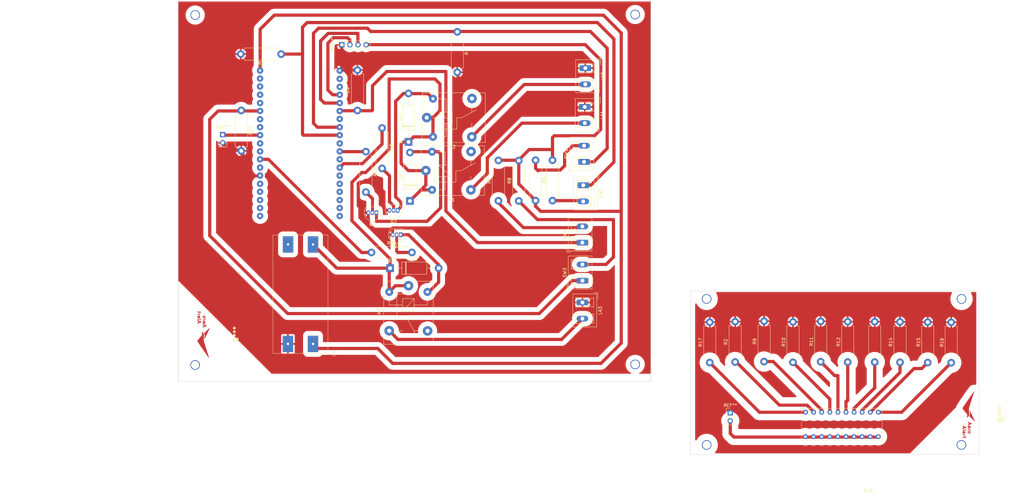
<source format=kicad_pcb>
(kicad_pcb (version 20221018) (generator pcbnew)
  (layers (0 "F.Cu" signal) (31 "B.Cu" signal) (34 "B.Paste" user) (35 "F.Paste" user) (36 "B.SilkS" user "B.Silkscreen") (37 "F.SilkS" user "F.Silkscreen") (38 "B.Mask" user) (39 "F.Mask" user) (44 "Edge.Cuts" user))
  (net 0 "")
  (net 1 "GNDREF")
  (net 2 "3V3")
  (net 5 "Net-(LA3-+)")
  (net 11 "Net-(U1-IO4)")
  (net 12 "Net-(U1-IO5)")
  (net 14 "unconnected-(U1-RXD0{slash}IO3-Pad34)")
  (net 15 "unconnected-(U1-TXD0{slash}IO1-Pad35)")
  (net 16 "Net-(U1-IO23)")
  (net 17 "12V")
  (net 18 "Net-(LA1-+)")
  (net 19 "Net-(LA2-+)")
  (net 20 "Net-(R5-Pad1)")
  (net 21 "Net-(R6-Pad1)")
  (net 22 "Net-(R7-Pad1)")
  (net 23 "A")
  (net 24 "Net-(U1-IO18)")
  (net 25 "Net-(U1-IO19)")
  (net 26 "FAIL")
  (net 28 "Net-(BAR1-K-Pad17)")
  (net 29 "Net-(BAR1-K-Pad14)")
  (net 30 "Net-(BAR1-K-Pad15)")
  (net 31 "Net-(BAR1-K-Pad16)")
  (net 32 "Net-(BAR1-K-Pad19)")
  (net 33 "Net-(BAR1-K-Pad18)")
  (net 34 "Net-(BAR1-K-Pad13)")
  (net 35 "Net-(BAR1-K-Pad12)")
  (net 36 "Net-(BAR1-K-Pad11)")
  (net 37 "Net-(BAR1-K-Pad20)")
  (net 42 "Net-(Q1-B)")
  (net 43 "Net-(Q2-B)")
  (net 44 "Net-(Q3-B)")
  (net 45 "Net-(D2-A)")
  (net 46 "Net-(D1-A)")
  (net 47 "Net-(D3-A)")
  (net 48 "Net-(SW3A-D)")
  (net 54 "Net-(SW3A-C)")
  (footprint "Resistor_THT:R_Axial_DIN0411_L9.9mm_D3.6mm_P12.70mm_Horizontal" (layer "F.Cu") (at 66.38 37.14 180)
    (fp_text reference "R3")
    (fp_text value "R")
  )
  (footprint "Resistor_THT:R_Axial_DIN0411_L9.9mm_D3.6mm_P12.70mm_Horizontal" (layer "F.Cu") (at 90.34 54.88 90)
    (fp_text reference "R4")
    (fp_text value "R")
  )
  (footprint "Resistor_THT:R_Axial_DIN0411_L9.9mm_D3.6mm_P12.70mm_Horizontal" (layer "F.Cu") (at 260.72 134.03 90)
    (fp_text reference "R14")
    (fp_text value "R")
  )
  (footprint "Resistor_THT:R_Axial_DIN0411_L9.9mm_D3.6mm_P12.70mm_Horizontal" (layer "F.Cu") (at 146.27 70.516 -90)
    (fp_text reference "R5")
    (fp_text value "R")
  )
  (footprint "Connector_PinSocket_2.54mm:PinSocket_1x04_P2.54mm_Vertical" (layer "F.Cu") (at 85.43 34.21 90)
    (fp_text reference "REF**")
    (fp_text value "PinSocket_1x04_P2.54mm_Vertical")
  )
  (footprint "Relay_THT:Relay_SPDT_SANYOU_SRD_Series_Form_C" (layer "F.Cu") (at 106.36 109.96 -90)
    (fp_text reference "K3")
    (fp_text value "ADW11")
  )
  (footprint "Resistor_THT:R_Axial_DIN0411_L9.9mm_D3.6mm_P12.70mm_Horizontal" (layer "F.Cu") (at 244.29 133.97 90)
    (fp_text reference "R12")
    (fp_text value "R")
  )
  (footprint "Connector_Phoenix_MC_HighVoltage:PhoenixContact_MCV_1,5_2-G-5.08_1x02_P5.08mm_Vertical" (layer "F.Cu") (at 161.7275 53.7635 -90)
    (fp_text reference "LA1")
    (fp_text value "Alert")
  )
  (footprint "Resistor_THT:R_Axial_DIN0411_L9.9mm_D3.6mm_P12.70mm_Horizontal" (layer "F.Cu") (at 53.848 54.864 -90)
    (fp_text reference "R21")
    (fp_text value "R")
  )
  (footprint "Connector_Phoenix_MC_HighVoltage:PhoenixContact_MCV_1,5_2-G-5.08_1x02_P5.08mm_Vertical" (layer "F.Cu") (at 161.24 78.384 -90)
    (fp_text reference "SW2")
    (fp_text value "Test")
  )
  (footprint "Diode_THT:D_DO-15_P15.24mm_Horizontal" (layer "F.Cu") (at 106.82 83.32 90)
    (fp_text reference "D2")
    (fp_text value "D")
  )
  (footprint "Package_TO_SOT_THT:TO-92_Inline" (layer "F.Cu") (at 102.94 86.25 180)
    (fp_text reference "Q2")
    (fp_text value "BC337")
  )
  (footprint "Resistor_THT:R_Axial_DIN0411_L9.9mm_D3.6mm_P12.70mm_Horizontal" (layer "F.Cu") (at 208.94 133.95 90)
    (fp_text reference "R2")
    (fp_text value "R" hide)
  )
  (footprint "Resistor_THT:R_Axial_DIN0411_L9.9mm_D3.6mm_P12.70mm_Horizontal" (layer "F.Cu") (at 98.07 60.38 -90)
    (fp_text reference "R19")
    (fp_text value "R")
  )
  (footprint "Resistor_THT:R_Axial_DIN0411_L9.9mm_D3.6mm_P12.70mm_Horizontal" (layer "F.Cu") (at 235.81 133.85 90)
    (fp_text reference "R11")
    (fp_text value "R")
  )
  (footprint "Resistor_THT:R_Axial_DIN0411_L9.9mm_D3.6mm_P12.70mm_Horizontal" (layer "F.Cu") (at 94.73 99.5)
    (fp_text reference "R20")
    (fp_text value "R")
  )
  (footprint "5631bs1:Led Bar Display" (layer "F.Cu") (at 251.09 174.91)
    (fp_text reference "BAR1")
    (fp_text value "HDSP-4830_2")
  )
  (footprint "Connector_Phoenix_MC_HighVoltage:PhoenixContact_MCV_1,5_2-G-5.08_1x02_P5.08mm_Vertical" (layer "F.Cu") (at 161.89 41.5715 -90)
    (fp_text reference "LA2")
    (fp_text value "Warning")
  )
  (footprint "Connector_Phoenix_MC_HighVoltage:PhoenixContact_MCV_1,5_2-G-5.08_1x02_P5.08mm_Vertical" (layer "F.Cu") (at 160.986 108.356 90)
    (fp_text reference "SW3")
    (fp_text value "Keylock (On/Off)")
  )
  (footprint "MAX30102:logo alt AeroAlert" (layer "F.Cu") (at 41.91 125.476 -90)
    (fp_text reference "G***")
    (fp_text value "LOGO" hide)
  )
  (footprint "Resistor_THT:R_Axial_DIN0411_L9.9mm_D3.6mm_P12.70mm_Horizontal" (layer "F.Cu") (at 276.79 134.16 90)
    (fp_text reference "R16")
    (fp_text value "R")
  )
  (footprint "Connector_Phoenix_MC_HighVoltage:PhoenixContact_MCV_1,5_2-G-5.08_1x02_P5.08mm_Vertical" (layer "F.Cu") (at 160.986 115.214 -90)
    (fp_text reference "LA3")
    (fp_text value "Test Fail")
  )
  (footprint "Connector_Phoenix_MC_HighVoltage:PhoenixContact_MCV_1,5_2-G-5.08_1x02_P5.08mm_Vertical" (layer "F.Cu") (at 161.494 71.018 90)
    (fp_text reference "SW1")
    (fp_text value "Reaction")
  )
  (footprint "MAX30102:logo alt AeroAlert" (layer "F.Cu") (at 282.18 150.57 -90)
    (fp_text reference "G***")
    (fp_text value "LOGO" hide)
  )
  (footprint "Resistor_THT:R_Axial_DIN0411_L9.9mm_D3.6mm_P12.70mm_Horizontal" (layer "F.Cu") (at 252.77 133.97 90)
    (fp_text reference "R13" hide)
    (fp_text value "R")
  )
  (footprint "Resistor_THT:R_Axial_DIN0411_L9.9mm_D3.6mm_P12.70mm_Horizontal" (layer "F.Cu") (at 92.98 67.82 -90)
    (fp_text reference "R18")
    (fp_text value "R")
  )
  (footprint "Resistor_THT:R_Axial_DIN0411_L9.9mm_D3.6mm_P12.70mm_Horizontal" (layer "F.Cu") (at 269.42 134.1 90)
    (fp_text reference "R15")
    (fp_text value "R")
  )
  (footprint "Resistor_THT:R_Axial_DIN0411_L9.9mm_D3.6mm_P12.70mm_Horizontal" (layer "F.Cu") (at 151.588 83.21 90)
    (fp_text reference "R7")
    (fp_text value "R")
  )
  (footprint "Connector_PinHeader_2.54mm:PinHeader_1x02_P2.54mm_Vertical" (layer "F.Cu") (at 207.42 149.895)
    (fp_text reference "REF**")
    (fp_text value "PinHeader_1x02_P2.54mm_Vertical")
  )
  (footprint "Resistor_THT:R_Axial_DIN0411_L9.9mm_D3.6mm_P12.70mm_Horizontal" (layer "F.Cu") (at 141 83.31 90)
    (fp_text reference "R8")
    (fp_text value "R")
  )
  (footprint "Resistor_THT:R_Axial_DIN0411_L9.9mm_D3.6mm_P12.70mm_Horizontal" (layer "F.Cu") (at 218.03 133.8 90)
    (fp_text reference "R9")
    (fp_text value "R")
  )
  (footprint "Resistor_THT:R_Axial_DIN0411_L9.9mm_D3.6mm_P12.70mm_Horizontal" (layer "F.Cu") (at 227.1 134.03 90)
    (fp_text reference "R10")
    (fp_text value "R")
  )
  (footprint "Package_TO_SOT_THT:TO-92_Inline" (layer "F.Cu") (at 96.3 87.01 180)
    (fp_text reference "Q1")
    (fp_text value "BC337")
  )
  (footprint "MT3608:MT 3608" (layer "F.Cu") (at 83.396 131.2155 90)
    (fp_text reference "U5")
    (fp_text value "Entrada 12V")
  )
  (footprint "Relay_THT:Relay_SPDT_SANYOU_SRD_Series_Form_C" (layer "F.Cu") (at 112.1 57.12)
    (fp_text reference "K2")
    (fp_text value "ADW11")
  )
  (footprint "Relay_THT:Relay_SPDT_SANYOU_SRD_Series_Form_C" (layer "F.Cu") (at 111.81 73.78)
    (fp_text reference "K1")
    (fp_text value "ADW11")
  )
  (footprint "Resistor_THT:R_Axial_DIN0411_L9.9mm_D3.6mm_P12.70mm_Horizontal" (layer "F.Cu") (at 134.61 83.26 90)
    (fp_text reference "R6")
    (fp_text value "R")
  )
  (footprint "Connector_Phoenix_MC_HighVoltage:PhoenixContact_MCV_1,5_2-G-5.08_1x02_P5.08mm_Vertical" (layer "F.Cu") (at 160.9665 96.4005 90)
    (fp_text reference "SW4")
    (fp_text value "Manual")
  )
  (footprint "Resistor_THT:R_Axial_DIN0411_L9.9mm_D3.6mm_P12.70mm_Horizontal" (layer "F.Cu") (at 121.69 30.16 -90)
    (fp_text reference "R1")
    (fp_text value "R")
  )
  (footprint "Resistor_THT:R_Axial_DIN0411_L9.9mm_D3.6mm_P12.70mm_Horizontal" (layer "F.Cu") (at 200.97 134.12 90)
    (fp_text reference "R17")
    (fp_text value "R")
  )
  (footprint "Library:ESP32 NODEMCU" (layer "F.Cu") (at 60.7684 42.3318)
    (fp_text reference "U1" hide)
    (fp_text value "ESP32-WROOM-32" hide)
  )
  (footprint "Diode_THT:D_DO-15_P15.24mm_Horizontal" (layer "F.Cu") (at 100.59 104.44)
    (fp_text reference "D3")
    (fp_text value "D")
  )
  (footprint "Package_TO_SOT_THT:TO-92_Inline" (layer "F.Cu") (at 103.93 93.93 180)
    (fp_text reference "Q3")
    (fp_text value "BC337")
  )
  (footprint "Diode_THT:D_DO-15_P15.24mm_Horizontal" (layer "F.Cu") (at 106.37 64.76 90)
    (fp_text reference "D1")
    (fp_text value "D")
  )
  (footprint "Connector_PinHeader_2.54mm:PinHeader_1x02_P2.54mm_Vertical" (layer "F.Cu") (at 48.006 62.479)
    (fp_text reference "REF**")
    (fp_text value "PinHeader_1x02_P2.54mm_Vertical")
  )
  (gr_line (start 182.45 20.21) (end 182.45 140.02) (stroke (width 0.1)) (layer "Edge.Cuts"))
  (gr_rect (start 194.82 111.63) (end 285.49 163) (stroke (width 0.1)) (fill none) (layer "Edge.Cuts"))
  (gr_line (start 34.03 20.22) (end 34.03 140.02) (stroke (width 0.1)) (layer "Edge.Cuts"))
  (gr_rect (start 34.03 20.22) (end 182.45 140.02) (stroke (width 0.1)) (fill none) (layer "Edge.Cuts"))
  (via (at 200 160.01) (size 3) (drill 2.5) (layers "F.Cu" "B.Cu") (net 0))
  (via (at 39.37 134.874) (size 3) (drill 2.5) (layers "F.Cu" "B.Cu") (net 0))
  (via (at 280 159.99) (size 3) (drill 2.5) (layers "F.Cu" "B.Cu") (net 0))
  (via (at 280.03 114.11) (size 3) (drill 2.5) (layers "F.Cu" "B.Cu") (net 0))
  (via (at 177.56 24.71) (size 3) (drill 2.5) (layers "F.Cu" "B.Cu") (net 0))
  (via (at 177.55 134.69) (size 3) (drill 2.5) (layers "F.Cu" "B.Cu") (net 0))
  (via (at 39.38 24.874) (size 3) (drill 2.5) (layers "F.Cu" "B.Cu") (net 0))
  (via (at 199.99 114.11) (size 3) (drill 2.5) (layers "F.Cu" "B.Cu") (net 0))
  (segment (start 93.76 87.01) (end 93.76 89.006726) (width 0.9) (layer "F.Cu") (net 1))
  (segment (start 100.4 86.25) (end 99.21 86.25) (width 0.9) (layer "F.Cu") (net 1))
  (segment (start 92.8 87.01) (end 93.76 87.01) (width 0.9) (layer "F.Cu") (net 1))
  (segment (start 126.86 71.12) (end 144.02 53.96) (width 1) (layer "F.Cu") (net 1))
  (segment (start 98.64 80.47) (end 95.56 77.39) (width 1) (layer "F.Cu") (net 1))
  (segment (start 144.02 53.96) (end 161.531 53.96) (width 1) (layer "F.Cu") (net 1))
  (segment (start 68.506 128.2455) (end 68.506 126.674) (width 1) (layer "F.Cu") (net 1))
  (segment (start 53.594 67.31) (end 50.297 67.31) (width 1) (layer "F.Cu") (net 1))
  (segment (start 90.6 77.83) (end 90.6 84.81) (width 1) (layer "F.Cu") (net 1))
  (segment (start 90.6 84.81) (end 92.8 87.01) (width 1) (layer "F.Cu") (net 1))
  (segment (start 54.356 68.072) (end 53.594 67.31) (width 1) (layer "F.Cu") (net 1))
  (segment (start 99.21 86.25) (end 98.64 85.68) (width 0.9) (layer "F.Cu") (net 1))
  (segment (start 97.25 93.93) (end 98.683274 93.93) (width 1) (layer "F.Cu") (net 1))
  (segment (start 95.56 77.39) (end 91.04 77.39) (width 1) (layer "F.Cu") (net 1))
  (segment (start 122.7 71.12) (end 126.86 71.12) (width 1) (layer "F.Cu") (net 1))
  (segment (start 209.1 149.59) (end 208.56 149.05) (width 1) (layer "F.Cu") (net 1))
  (segment (start 207.42 149.895) (end 207.42 149.4) (width 1) (layer "F.Cu") (net 1))
  (segment (start 98.64 85.68) (end 98.64 80.47) (width 1) (layer "F.Cu") (net 1))
  (segment (start 208.65 149.14) (end 209.1 149.59) (width 1) (layer "F.Cu") (net 1))
  (segment (start 54.356 75.438) (end 54.356 68.072) (width 1) (layer "F.Cu") (net 1))
  (segment (start 59.7584 75.3218) (end 59.6422 75.438) (width 1) (layer "F.Cu") (net 1))
  (segment (start 161.531 53.96) (end 161.7275 53.7635) (width 1) (layer "F.Cu") (net 1))
  (segment (start 93.76 89.006726) (end 93.76 90.44) (width 1) (layer "F.Cu") (net 1))
  (segment (start 90.34 42.18) (end 84.9202 42.18) (width 1) (layer "F.Cu") (net 1))
  (segment (start 121.93 70.35) (end 122.7 71.12) (width 1) (layer "F.Cu") (net 1))
  (segment (start 208.65 148.17) (end 208.65 149.14) (width 1) (layer "F.Cu") (net 1))
  (segment (start 121.93 42.81) (end 121.93 70.35) (width 1) (layer "F.Cu") (net 1))
  (segment (start 85.4 34.24) (end 85.4 41.7002) (width 1) (layer "F.Cu") (net 1))
  (segment (start 50.297 67.31) (end 48.006 65.019) (width 1) (layer "F.Cu") (net 1))
  (segment (start 98.683274 93.93) (end 101.39 93.93) (width 0.9) (layer "F.Cu") (net 1))
  (segment (start 101.39 93.93) (end 101.39 91.82) (width 0.9) (layer "F.Cu") (net 1))
  (segment (start 85.43 34.21) (end 85.4 34.24) (width 1) (layer "F.Cu") (net 1))
  (segment (start 207.42 149.895) (end 207.42 149.29) (width 1) (layer "F.Cu") (net 1))
  (segment (start 91.04 77.39) (end 90.6 77.83) (width 1) (layer "F.Cu") (net 1))
  (segment (start 208.56 149.05) (end 205.73 149.05) (width 1) (layer "F.Cu") (net 1))
  (segment (start 207.42 149.4) (end 208.65 148.17) (width 1) (layer "F.Cu") (net 1))
  (segment (start 93.76 90.44) (end 97.25 93.93) (width 1) (layer "F.Cu") (net 1))
  (segment (start 84.9202 42.18) (end 84.7684 42.3318) (width 1) (layer "F.Cu") (net 1))
  (segment (start 59.6422 75.438) (end 54.356 75.438) (width 1) (layer "F.Cu") (net 1))
  (segment (start 85.4 41.7002) (end 84.7684 42.3318) (width 1) (layer "F.Cu") (net 1))
  (segment (start 101.39 91.82) (end 115.14 91.82) (width 1) (layer "F.Cu") (net 1))
  (segment (start 207.42 149.29) (end 205.4 147.27) (width 1) (layer "F.Cu") (net 1))
  (segment (start 121.94 42.8) (end 121.93 42.81) (width 1) (layer "F.Cu") (net 1))
  (segment (start 151.588 63.382) (end 151.588 70.51) (width 1) (layer "F.Cu") (net 2))
  (segment (start 147.86 86.57) (end 173.17 86.57) (width 1) (layer "F.Cu") (net 2))
  (segment (start 167.56 24.9) (end 64.22 24.9) (width 1) (layer "F.Cu") (net 2))
  (segment (start 152.143745 62.826255) (end 151.588 63.382) (width 1) (layer "F.Cu") (net 2))
  (segment (start 173.17 30.51) (end 167.56 24.9) (width 1) (layer "F.Cu") (net 2))
  (segment (start 59.78 29.34) (end 59.78 42.3002) (width 1) (layer "F.Cu") (net 2))
  (segment (start 77.810501 129.68) (end 96.72 129.68) (width 1) (layer "F.Cu") (net 2))
  (segment (start 96.72 129.68) (end 101.406 134.366) (width 1) (layer "F.Cu") (net 2))
  (segment (start 151.588 67.15) (end 144.28 67.15) (width 1) (layer "F.Cu") (net 2))
  (segment (start 93.05 34.21) (end 93.08 34.18) (width 1) (layer "F.Cu") (net 2))
  (segment (start 76.376 128.245499) (end 77.810501 129.68) (width 1) (layer "F.Cu") (net 2))
  (segment (start 141 77.946) (end 146.27 83.216) (width 1) (layer "F.Cu") (net 2))
  (segment (start 101.406 134.366) (end 166.794 134.366) (width 1) (layer "F.Cu") (net 2))
  (segment (start 146.27 84.98) (end 147.86 86.57) (width 1) (layer "F.Cu") (net 2))
  (segment (start 93.08 34.18) (end 161.86 34.18) (width 1) (layer "F.Cu") (net 2))
  (segment (start 161.86 34.18) (end 166.71 39.03) (width 1) (layer "F.Cu") (net 2))
  (segment (start 166.71 39.03) (end 166.71 60.86) (width 1) (layer "F.Cu") (net 2))
  (segment (start 166.71 60.86) (end 164.743745 62.826255) (width 1) (layer "F.Cu") (net 2))
  (segment (start 141 70.61) (end 141 77.946) (width 1) (layer "F.Cu") (net 2))
  (segment (start 164.743745 62.826255) (end 152.143745 62.826255) (width 1) (layer "F.Cu") (net 2))
  (segment (start 64.22 24.9) (end 59.78 29.34) (width 1) (layer "F.Cu") (net 2))
  (segment (start 146.03 83.49) (end 146.27 83.25) (width 1) (layer "F.Cu") (net 2))
  (segment (start 144.28 67.15) (end 140.92 70.51) (width 1) (layer "F.Cu") (net 2))
  (segment (start 173.17 127.99) (end 173.17 30.51) (width 1) (layer "F.Cu") (net 2))
  (segment (start 166.794 134.366) (end 173.17 127.99) (width 1) (layer "F.Cu") (net 2))
  (segment (start 59.78 42.3002) (end 59.7584 42.3218) (width 1) (layer "F.Cu") (net 2))
  (segment (start 140.92 70.51) (end 134.57 70.51) (width 1) (layer "F.Cu") (net 2))
  (segment (start 146.27 83.25) (end 146.27 84.98) (width 1) (layer "F.Cu") (net 2))
  (segment (start 100.31 124.11) (end 103.05 126.85) (width 1) (layer "F.Cu") (net 5))
  (segment (start 103.05 126.85) (end 154.43 126.85) (width 1) (layer "F.Cu") (net 5))
  (segment (start 154.43 126.85) (end 160.986 120.294) (width 1) (layer "F.Cu") (net 5))
  (segment (start 86.0102 71.59) (end 84.7684 72.8318) (width 1) (layer "F.Cu") (net 11))
  (segment (start 97.8218 60.1318) (end 98.07 60.38) (width 1) (layer "F.Cu") (net 11))
  (segment (start 98.07 60.38) (end 98.07 65.417006) (width 1) (layer "F.Cu") (net 11))
  (segment (start 98.07 65.417006) (end 91.897006 71.59) (width 1) (layer "F.Cu") (net 11))
  (segment (start 91.897006 71.59) (end 86.0102 71.59) (width 1) (layer "F.Cu") (net 11))
  (segment (start 84.7684 67.7318) (end 84.8566 67.82) (width 1) (layer "F.Cu") (net 12))
  (segment (start 84.8566 67.82) (end 92.98 67.82) (width 1) (layer "F.Cu") (net 12))
  (segment (start 82.77 32) (end 81.06 33.71) (width 1) (layer "F.Cu") (net 14))
  (segment (start 81.06 33.71) (end 81.06 48.43) (width 1) (layer "F.Cu") (net 14))
  (segment (start 82.5618 49.9318) (end 84.7684 49.9318) (width 1) (layer "F.Cu") (net 14))
  (segment (start 87.97 34.21) (end 87.97 32.75) (width 1) (layer "F.Cu") (net 14))
  (segment (start 87.97 32.75) (end 87.22 32) (width 1) (layer "F.Cu") (net 14))
  (segment (start 81.06 48.43) (end 82.5618 49.9318) (width 1) (layer "F.Cu") (net 14))
  (segment (start 87.22 32) (end 82.77 32) (width 1) (layer "F.Cu") (net 14))
  (segment (start 81.14 30.64) (end 78.75 33.03) (width 1) (layer "F.Cu") (net 15))
  (segment (start 90.48 34.18) (end 90.48 30.64) (width 1) (layer "F.Cu") (net 15))
  (segment (start 78.75 51.35) (end 79.9318 52.5318) (width 1) (layer "F.Cu") (net 15))
  (segment (start 79.9318 52.5318) (end 84.7684 52.5318) (width 1) (layer "F.Cu") (net 15))
  (segment (start 90.51 34.21) (end 90.48 34.18) (width 1) (layer "F.Cu") (net 15))
  (segment (start 78.75 33.03) (end 78.75 51.35) (width 1) (layer "F.Cu") (net 15))
  (segment (start 90.48 30.64) (end 81.14 30.64) (width 1) (layer "F.Cu") (net 15))
  (segment (start 90.42 54.96) (end 90.424 54.96) (width 1) (layer "F.Cu") (net 16))
  (segment (start 90.424 54.96) (end 84.8402 54.96) (width 1) (layer "F.Cu") (net 16))
  (segment (start 90.34 54.88) (end 90.42 54.96) (width 1) (layer "F.Cu") (net 16))
  (segment (start 128.0305 96.4005) (end 160.9665 96.4005) (width 1) (layer "F.Cu") (net 16))
  (segment (start 94.81 54.96) (end 95.06 54.71) (width 1) (layer "F.Cu") (net 16))
  (segment (start 95.06 47.1) (end 99.54 42.62) (width 1) (layer "F.Cu") (net 16))
  (segment (start 99.54 42.62) (end 118.11 42.62) (width 1) (layer "F.Cu") (net 16))
  (segment (start 118.11 86.48) (end 128.0305 96.4005) (width 1) (layer "F.Cu") (net 16))
  (segment (start 118.11 42.62) (end 118.11 86.48) (width 1) (layer "F.Cu") (net 16))
  (segment (start 95.06 54.71) (end 95.06 47.1) (width 1) (layer "F.Cu") (net 16))
  (segment (start 84.8402 54.96) (end 84.7684 55.0318) (width 1) (layer "F.Cu") (net 16))
  (segment (start 90.424 54.96) (end 94.81 54.96) (width 1) (layer "F.Cu") (net 16))
  (segment (start 91.68 74.37) (end 92.93 74.37) (width 1) (layer "F.Cu") (net 17))
  (segment (start 114.68 44.97) (end 116.26 46.55) (width 1) (layer "F.Cu") (net 17))
  (segment (start 100.3 67) (end 100.3 44.97) (width 1) (layer "F.Cu") (net 17))
  (segment (start 110.31 79.83) (end 106.82 83.32) (width 1) (layer "F.Cu") (net 17))
  (segment (start 102.26 109.96) (end 100.31 111.91) (width 1) (layer "F.Cu") (net 17))
  (segment (start 100.59 104.44) (end 100.584 104.434) (width 1) (layer "F.Cu") (net 17))
  (segment (start 104.72 64.76) (end 106.37 64.76) (width 1) (layer "F.Cu") (net 17))
  (segment (start 88.6 89.53) (end 88.6 77.45) (width 1) (layer "F.Cu") (net 17))
  (segment (start 114.05 57.13) (end 114.06 57.12) (width 1) (layer "F.Cu") (net 17))
  (segment (start 83.8305 104.44) (end 76.376 96.9855) (width 1) (layer "F.Cu") (net 17))
  (segment (start 106.31 73.78) (end 104.05 71.52) (width 1) (layer "F.Cu") (net 17))
  (segment (start 92.93 74.37) (end 100.3 67) (width 1) (layer "F.Cu") (net 17))
  (segment (start 100.31 104.72) (end 100.31 111.91) (width 1) (layer "F.Cu") (net 17))
  (segment (start 111.81 73.78) (end 111.81 78.33) (width 1) (layer "F.Cu") (net 17))
  (segment (start 88.6 77.45) (end 91.68 74.37) (width 1) (layer "F.Cu") (net 17))
  (segment (start 111.81 73.78) (end 106.31 73.78) (width 1) (layer "F.Cu") (net 17))
  (segment (start 107.96 63.17) (end 106.37 64.76) (width 1) (layer "F.Cu") (net 17))
  (segment (start 114.05 63.17) (end 114.05 57.13) (width 1) (layer "F.Cu") (net 17))
  (segment (start 114.05 63.17) (end 107.96 63.17) (width 1) (layer "F.Cu") (net 17))
  (segment (start 104.05 71.52) (end 104.05 65.43) (width 1) (layer "F.Cu") (net 17))
  (segment (start 113.76 79.83) (end 110.31 79.83) (width 1) (layer "F.Cu") (net 17))
  (segment (start 104.05 65.43) (end 104.72 64.76) (width 1) (layer "F.Cu") (net 17))
  (segment (start 100.3 44.97) (end 114.68 44.97) (width 1) (layer "F.Cu") (net 17))
  (segment (start 100.584 101.514) (end 88.6 89.53) (width 1) (layer "F.Cu") (net 17))
  (segment (start 111.81 78.33) (end 110.31 79.83) (width 1) (layer "F.Cu") (net 17))
  (segment (start 114.06 57.12) (end 112.1 57.12) (width 1) (layer "F.Cu") (net 17))
  (segment (start 100.59 104.44) (end 100.31 104.72) (width 1) (layer "F.Cu") (net 17))
  (segment (start 116.26 46.55) (end 116.26 54.92) (width 1) (layer "F.Cu") (net 17))
  (segment (start 106.36 109.96) (end 102.26 109.96) (width 1) (layer "F.Cu") (net 17))
  (segment (start 116.26 54.92) (end 114.06 57.12) (width 1) (layer "F.Cu") (net 17))
  (segment (start 100.59 104.44) (end 83.8305 104.44) (width 1) (layer "F.Cu") (net 17))
  (segment (start 100.584 104.434) (end 100.584 101.514) (width 1) (layer "F.Cu") (net 17))
  (segment (start 141.999494 58.8435) (end 161.7275 58.8435) (width 1) (layer "F.Cu") (net 18))
  (segment (start 131.114 74.676) (end 131.114 69.728994) (width 1) (layer "F.Cu") (net 18))
  (segment (start 131.114 69.728994) (end 141.999494 58.8435) (width 1) (layer "F.Cu") (net 18))
  (segment (start 125.96 79.83) (end 131.114 74.676) (width 1) (layer "F.Cu") (net 18))
  (segment (start 142.72 46.7) (end 126.25 63.17) (width 1) (layer "F.Cu") (net 19))
  (segment (start 161.8415 46.7) (end 142.72 46.7) (width 1) (layer "F.Cu") (net 19))
  (segment (start 161.89 46.6515) (end 161.8415 46.7) (width 1) (layer "F.Cu") (net 19))
  (segment (start 161.494 65.938) (end 157.942 65.938) (width 1) (layer "F.Cu") (net 20))
  (segment (start 146.27 73.04) (end 146.27 70.516) (width 1) (layer "F.Cu") (net 20))
  (segment (start 147.03 73.8) (end 146.27 73.04) (width 1) (layer "F.Cu") (net 20))
  (segment (start 147.23 73.6) (end 147.03 73.8) (width 1) (layer "F.Cu") (net 20))
  (segment (start 155.397 72.233) (end 154.03 73.6) (width 1) (layer "F.Cu") (net 20))
  (segment (start 157.942 65.938) (end 155.397 68.483) (width 1) (layer "F.Cu") (net 20))
  (segment (start 155.397 68.483) (end 155.397 72.233) (width 1) (layer "F.Cu") (net 20))
  (segment (start 154.03 73.6) (end 147.23 73.6) (width 1) (layer "F.Cu") (net 20))
  (segment (start 160.577 91.71) (end 142.46 91.71) (width 1) (layer "F.Cu") (net 21))
  (segment (start 134.61 83.86) (end 134.61 83.26) (width 1) (layer "F.Cu") (net 21))
  (segment (start 142.46 91.71) (end 134.61 83.86) (width 1) (layer "F.Cu") (net 21))
  (segment (start 160.9665 91.3205) (end 160.577 91.71) (width 1) (layer "F.Cu") (net 21))
  (segment (start 151.588 83.21) (end 160.986 83.21) (width 1) (layer "F.Cu") (net 22))
  (segment (start 160.986 83.21) (end 161.24 83.464) (width 0.25) (layer "F.Cu") (net 22))
  (segment (start 48.006 62.479) (end 48.1488 62.6218) (width 1) (layer "F.Cu") (net 23))
  (segment (start 48.1488 62.6218) (end 59.7584 62.6218) (width 1) (layer "F.Cu") (net 23))
  (segment (start 253.78 157.53) (end 253.9 157.41) (width 0.25) (layer "F.Cu") (net 23))
  (segment (start 208.55 157.53) (end 253.78 157.53) (width 1) (layer "F.Cu") (net 23))
  (segment (start 207.42 156.4) (end 207.42 152.435) (width 1) (layer "F.Cu") (net 23))
  (segment (start 208.55 157.53) (end 207.42 156.4) (width 1) (layer "F.Cu") (net 23))
  (segment (start 161.29 78.334) (end 163.636 78.334) (width 1) (layer "F.Cu") (net 24))
  (segment (start 73.3718 62.6318) (end 84.7684 62.6318) (width 1) (layer "F.Cu") (net 24))
  (segment (start 73.07 37.14) (end 66.38 37.14) (width 1) (layer "F.Cu") (net 24))
  (segment (start 165.68 27.23) (end 74.55 27.23) (width 1) (layer "F.Cu") (net 24))
  (segment (start 73.945 27.835) (end 73.84 27.94) (width 1) (layer "F.Cu") (net 24))
  (segment (start 163.636 78.334) (end 170.88 71.09) (width 1) (layer "F.Cu") (net 24))
  (segment (start 73.09 62.35) (end 73.3718 62.6318) (width 1) (layer "F.Cu") (net 24))
  (segment (start 170.88 71.09) (end 170.88 32.43) (width 1) (layer "F.Cu") (net 24))
  (segment (start 74.55 27.23) (end 73.09 28.69) (width 1) (layer "F.Cu") (net 24))
  (segment (start 73.09 28.69) (end 73.09 37.16) (width 1) (layer "F.Cu") (net 24))
  (segment (start 170.88 32.43) (end 165.68 27.23) (width 1) (layer "F.Cu") (net 24))
  (segment (start 73.09 37.16) (end 73.09 62.35) (width 1) (layer "F.Cu") (net 24))
  (segment (start 73.09 37.16) (end 73.07 37.14) (width 1) (layer "F.Cu") (net 24))
  (segment (start 93.457056 29.01) (end 78.13 29.01) (width 1) (layer "F.Cu") (net 25))
  (segment (start 94.487056 30.04) (end 93.457056 29.01) (width 1) (layer "F.Cu") (net 25))
  (segment (start 76.53 30.61) (end 76.53 58.89) (width 1) (layer "F.Cu") (net 25))
  (segment (start 161.494 71.018) (end 164.552 71.018) (width 1) (layer "F.Cu") (net 25))
  (segment (start 77.7718 60.1318) (end 84.7684 60.1318) (width 1) (layer "F.Cu") (net 25))
  (segment (start 168.76 35.32) (end 163.48 30.04) (width 1) (layer "F.Cu") (net 25))
  (segment (start 163.48 30.04) (end 94.487056 30.04) (width 1) (layer "F.Cu") (net 25))
  (segment (start 168.76 66.81) (end 168.76 35.32) (width 1) (layer "F.Cu") (net 25))
  (segment (start 78.13 29.01) (end 76.53 30.61) (width 1) (layer "F.Cu") (net 25))
  (segment (start 76.53 58.89) (end 77.7718 60.1318) (width 1) (layer "F.Cu") (net 25))
  (segment (start 164.552 71.018) (end 168.76 66.81) (width 1) (layer "F.Cu") (net 25))
  (segment (start 94.72 99.51) (end 94.73 99.5) (width 1) (layer "F.Cu") (net 26))
  (segment (start 91.66 99.51) (end 94.72 99.51) (width 1) (layer "F.Cu") (net 26))
  (segment (start 62.3718 70.2218) (end 91.66 99.51) (width 1) (layer "F.Cu") (net 26))
  (segment (start 59.7584 70.2218) (end 62.3718 70.2218) (width 1) (layer "F.Cu") (net 26))
  (segment (start 238.67 149.73) (end 238.67 145.6) (width 1) (layer "F.Cu") (net 28))
  (segment (start 238.67 145.6) (end 227.1 134.03) (width 1) (layer "F.Cu") (net 28))
  (segment (start 246.3 149.73) (end 246.3 148.52) (width 1) (layer "F.Cu") (net 29))
  (segment (start 252.77 142.05) (end 252.77 133.97) (width 1) (layer "F.Cu") (net 29))
  (segment (start 246.3 148.52) (end 252.77 142.05) (width 1) (layer "F.Cu") (net 29))
  (segment (start 243.75 149.73) (end 243.75 146.56) (width 1) (layer "F.Cu") (net 30))
  (segment (start 244.29 133.97) (end 244.29 146.02) (width 1) (layer "F.Cu") (net 30))
  (segment (start 243.75 146.56) (end 243.75 146.27) (width 1) (layer "F.Cu") (net 30))
  (segment (start 244.29 146.02) (end 243.75 146.56) (width 1) (layer "F.Cu") (net 30))
  (segment (start 241.22 149.73) (end 241.22 138.21) (width 1) (layer "F.Cu") (net 31))
  (segment (start 240.17 138.21) (end 235.81 133.85) (width 1) (layer "F.Cu") (net 31))
  (segment (start 241.22 138.21) (end 240.17 138.21) (width 1) (layer "F.Cu") (net 31))
  (segment (start 233.59 149.73) (end 233.59 149.56) (width 1) (layer "F.Cu") (net 32))
  (segment (start 209.3 133.95) (end 208.94 133.95) (width 0.25) (layer "F.Cu") (net 32))
  (segment (start 231.53 147.5) (end 222.85 147.5) (width 1) (layer "F.Cu") (net 32))
  (segment (start 222.85 147.5) (end 209.3 133.95) (width 1) (layer "F.Cu") (net 32))
  (segment (start 233.59 149.56) (end 231.53 147.5) (width 1) (layer "F.Cu") (net 32))
  (segment (start 236.13 149.05) (end 220.88 133.8) (width 1) (layer "F.Cu") (net 33))
  (segment (start 220.88 133.8) (end 218.03 133.8) (width 1) (layer "F.Cu") (net 33))
  (segment (start 236.13 149.73) (end 236.13 149.05) (width 1) (layer "F.Cu") (net 33))
  (segment (start 260.72 137.22) (end 260.72 134.03) (width 1) (layer "F.Cu") (net 34))
  (segment (start 248.83 149.73) (end 248.83 149.11) (width 1) (layer "F.Cu") (net 34))
  (segment (start 248.83 149.11) (end 260.72 137.22) (width 1) (layer "F.Cu") (net 34))
  (segment (start 269.42 134.1) (end 267.535 135.985) (width 1) (layer "F.Cu") (net 35))
  (segment (start 267.535 135.985) (end 265.135 135.985) (width 1) (layer "F.Cu") (net 35))
  (segment (start 265.135 135.985) (end 251.38 149.74) (width 1) (layer "F.Cu") (net 35))
  (segment (start 276.79 134.16) (end 261.22 149.73) (width 1) (layer "F.Cu") (net 36))
  (segment (start 261.22 149.73) (end 253.92 149.73) (width 1) (layer "F.Cu") (net 36))
  (segment (start 216.58 149.73) (end 200.97 134.12) (width 1) (layer "F.Cu") (net 37))
  (segment (start 231.05 149.73) (end 216.58 149.73) (width 1) (layer "F.Cu") (net 37))
  (segment (start 92.98 80.52) (end 95.07 82.61) (width 1) (layer "F.Cu") (net 42))
  (segment (start 95.07 82.61) (end 95.07 86.97) (width 0.9) (layer "F.Cu") (net 42))
  (segment (start 95.07 86.97) (end 95.03 87.01) (width 0.9) (layer "F.Cu") (net 42))
  (segment (start 101.1 84.26) (end 101.67 84.83) (width 0.9) (layer "F.Cu") (net 43))
  (segment (start 100.4 75.41) (end 98.07 73.08) (width 1) (layer "F.Cu") (net 43))
  (segment (start 101.67 84.83) (end 101.67 86.25) (width 0.9) (layer "F.Cu") (net 43))
  (segment (start 100.4 83.56) (end 100.4 75.41) (width 1) (layer "F.Cu") (net 43))
  (segment (start 101.1 84.26) (end 100.4 83.56) (width 1) (layer "F.Cu") (net 43))
  (segment (start 102.66 99.087056) (end 103.072944 99.5) (width 1) (layer "F.Cu") (net 44))
  (segment (start 102.66 93.93) (end 102.66 99.087056) (width 0.9) (layer "F.Cu") (net 44))
  (segment (start 103.072944 99.5) (end 107.43 99.5) (width 1) (layer "F.Cu") (net 44))
  (segment (start 96.3 89.71) (end 112.21 89.71) (width 1) (layer "F.Cu") (net 45))
  (segment (start 107.07 67.83) (end 113.76 67.83) (width 1) (layer "F.Cu") (net 45))
  (segment (start 112.21 89.71) (end 116.45 85.47) (width 1) (layer "F.Cu") (net 45))
  (segment (start 96.3 87.01) (end 96.3 89.71) (width 0.9) (layer "F.Cu") (net 45))
  (segment (start 106.82 68.08) (end 107.07 67.83) (width 1) (layer "F.Cu") (net 45))
  (segment (start 116.45 68.51) (end 115.77 67.83) (width 1) (layer "F.Cu") (net 45))
  (segment (start 115.77 67.83) (end 113.76 67.83) (width 1) (layer "F.Cu") (net 45))
  (segment (start 116.45 85.47) (end 116.45 68.51) (width 1) (layer "F.Cu") (net 45))
  (segment (start 104.79 49.52) (end 106.37 49.52) (width 1) (layer "F.Cu") (net 46))
  (segment (start 106.43 49.58) (end 106.37 49.52) (width 1) (layer "F.Cu") (net 46))
  (segment (start 114.05 51.17) (end 112.46 49.58) (width 1) (layer "F.Cu") (net 46))
  (segment (start 102.33 51.98) (end 104.79 49.52) (width 1) (layer "F.Cu") (net 46))
  (segment (start 103.95 83.65) (end 103.95 85.24) (width 0.9) (layer "F.Cu") (net 46))
  (segment (start 102.33 82.03) (end 102.33 51.98) (width 1) (layer "F.Cu") (net 46))
  (segment (start 103.95 83.65) (end 102.33 82.03) (width 1) (layer "F.Cu") (net 46))
  (segment (start 112.46 49.58) (end 106.43 49.58) (width 1) (layer "F.Cu") (net 46))
  (segment (start 103.95 85.24) (end 102.94 86.25) (width 0.9) (layer "F.Cu") (net 46))
  (segment (start 112.77 111.91) (end 115.83 108.85) (width 1) (layer "F.Cu") (net 47))
  (segment (start 115.83 108.85) (end 115.83 104.44) (width 1) (layer "F.Cu") (net 47))
  (segment (start 115.83 104.44) (end 115.83 103.384) (width 1) (layer "F.Cu") (net 47))
  (segment (start 112.31 111.91) (end 112.77 111.91) (width 1) (layer "F.Cu") (net 47))
  (segment (start 115.83 103.384) (end 106.376 93.93) (width 1) (layer "F.Cu") (net 47))
  (segment (start 105.32 93.93) (end 103.93 93.93) (width 0.9) (layer "F.Cu") (net 47))
  (segment (start 106.376 93.93) (end 105.32 93.93) (width 1) (layer "F.Cu") (net 47))
  (segment (start 170.73 100.95) (end 168.404 103.276) (width 1) (layer "F.Cu") (net 48))
  (segment (start 146.87 89.18) (end 170.73 89.18) (width 1) (layer "F.Cu") (net 48))
  (segment (start 168.404 103.276) (end 160.986 103.276) (width 1) (layer "F.Cu") (net 48))
  (segment (start 170.73 89.18) (end 170.73 100.95) (width 1) (layer "F.Cu") (net 48))
  (segment (start 141 83.31) (end 146.87 89.18) (width 1) (layer "F.Cu") (net 48))
  (segment (start 46.5782 55.0218) (end 43.942 57.658) (width 1) (layer "F.Cu") (net 54))
  (segment (start 43.942 94.234) (end 68.428 118.72) (width 1) (layer "F.Cu") (net 54))
  (segment (start 43.942 57.658) (end 43.942 94.234) (width 1) (layer "F.Cu") (net 54))
  (segment (start 157.794 108.356) (end 160.986 108.356) (width 1) (layer "F.Cu") (net 54))
  (segment (start 147.43 118.72) (end 157.794 108.356) (width 1) (layer "F.Cu") (net 54))
  (segment (start 68.428 118.72) (end 147.43 118.72) (width 1) (layer "F.Cu") (net 54))
  (segment (start 59.7584 55.0218) (end 46.5782 55.0218) (width 1) (layer "F.Cu") (net 54))
  (zone (net 1) (net_name "GNDREF") (layer "F.Cu") (connect_pads (clearance 1.5)) (min_thickness 0.25) (fill yes (thermal_gap 0.5) (thermal_bridge_width 0.5))
    (polygon (pts (xy 26.49 20.63) (xy 191.49 20.62) (xy 191.5 137.62) (xy 63.36 137.62) (xy 26.49 100.81)))
  )
  (zone (net 1) (net_name "GNDREF") (layer "F.Cu") (priority 1) (connect_pads (clearance 2)) (min_thickness 0.5) (fill yes (thermal_gap 0.5) (thermal_bridge_width 0.5))
    (polygon (pts (xy 196.39 111.95) (xy 284.66 111.95) (xy 284.66 141.85) (xy 263.86 162.64) (xy 196.39 162.64)))
  )
)
</source>
